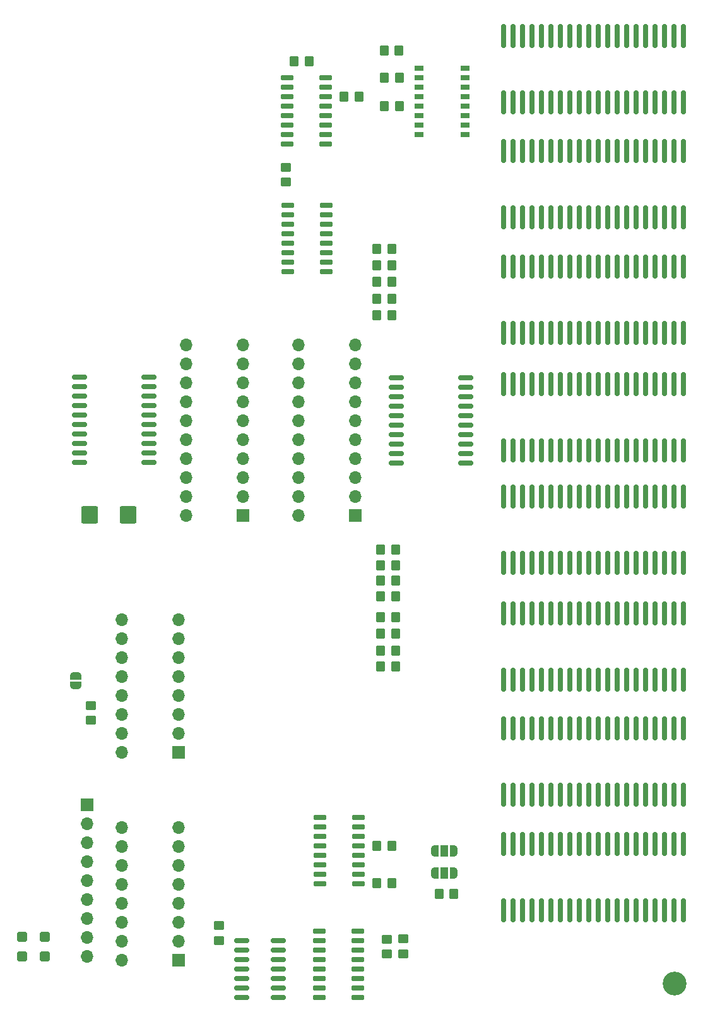
<source format=gts>
G04 #@! TF.GenerationSoftware,KiCad,Pcbnew,8.0.5*
G04 #@! TF.CreationDate,2025-01-10T08:41:56-04:00*
G04 #@! TF.ProjectId,RAMEXB_V2_2,52414d45-5842-45f5-9632-5f322e6b6963,rev?*
G04 #@! TF.SameCoordinates,Original*
G04 #@! TF.FileFunction,Soldermask,Top*
G04 #@! TF.FilePolarity,Negative*
%FSLAX46Y46*%
G04 Gerber Fmt 4.6, Leading zero omitted, Abs format (unit mm)*
G04 Created by KiCad (PCBNEW 8.0.5) date 2025-01-10 08:41:56*
%MOMM*%
%LPD*%
G01*
G04 APERTURE LIST*
G04 Aperture macros list*
%AMRoundRect*
0 Rectangle with rounded corners*
0 $1 Rounding radius*
0 $2 $3 $4 $5 $6 $7 $8 $9 X,Y pos of 4 corners*
0 Add a 4 corners polygon primitive as box body*
4,1,4,$2,$3,$4,$5,$6,$7,$8,$9,$2,$3,0*
0 Add four circle primitives for the rounded corners*
1,1,$1+$1,$2,$3*
1,1,$1+$1,$4,$5*
1,1,$1+$1,$6,$7*
1,1,$1+$1,$8,$9*
0 Add four rect primitives between the rounded corners*
20,1,$1+$1,$2,$3,$4,$5,0*
20,1,$1+$1,$4,$5,$6,$7,0*
20,1,$1+$1,$6,$7,$8,$9,0*
20,1,$1+$1,$8,$9,$2,$3,0*%
%AMFreePoly0*
4,1,19,0.500000,-0.750000,0.000000,-0.750000,0.000000,-0.744911,-0.071157,-0.744911,-0.207708,-0.704816,-0.327430,-0.627875,-0.420627,-0.520320,-0.479746,-0.390866,-0.500000,-0.250000,-0.500000,0.250000,-0.479746,0.390866,-0.420627,0.520320,-0.327430,0.627875,-0.207708,0.704816,-0.071157,0.744911,0.000000,0.744911,0.000000,0.750000,0.500000,0.750000,0.500000,-0.750000,0.500000,-0.750000,
$1*%
%AMFreePoly1*
4,1,19,0.000000,0.744911,0.071157,0.744911,0.207708,0.704816,0.327430,0.627875,0.420627,0.520320,0.479746,0.390866,0.500000,0.250000,0.500000,-0.250000,0.479746,-0.390866,0.420627,-0.520320,0.327430,-0.627875,0.207708,-0.704816,0.071157,-0.744911,0.000000,-0.744911,0.000000,-0.750000,-0.500000,-0.750000,-0.500000,0.750000,0.000000,0.750000,0.000000,0.744911,0.000000,0.744911,
$1*%
%AMFreePoly2*
4,1,19,0.550000,-0.750000,0.000000,-0.750000,0.000000,-0.744911,-0.071157,-0.744911,-0.207708,-0.704816,-0.327430,-0.627875,-0.420627,-0.520320,-0.479746,-0.390866,-0.500000,-0.250000,-0.500000,0.250000,-0.479746,0.390866,-0.420627,0.520320,-0.327430,0.627875,-0.207708,0.704816,-0.071157,0.744911,0.000000,0.744911,0.000000,0.750000,0.550000,0.750000,0.550000,-0.750000,0.550000,-0.750000,
$1*%
%AMFreePoly3*
4,1,19,0.000000,0.744911,0.071157,0.744911,0.207708,0.704816,0.327430,0.627875,0.420627,0.520320,0.479746,0.390866,0.500000,0.250000,0.500000,-0.250000,0.479746,-0.390866,0.420627,-0.520320,0.327430,-0.627875,0.207708,-0.704816,0.071157,-0.744911,0.000000,-0.744911,0.000000,-0.750000,-0.550000,-0.750000,-0.550000,0.750000,0.000000,0.750000,0.000000,0.744911,0.000000,0.744911,
$1*%
G04 Aperture macros list end*
%ADD10RoundRect,0.250000X0.350000X0.450000X-0.350000X0.450000X-0.350000X-0.450000X0.350000X-0.450000X0*%
%ADD11RoundRect,0.175000X0.175000X-1.399000X0.175000X1.399000X-0.175000X1.399000X-0.175000X-1.399000X0*%
%ADD12RoundRect,0.250000X0.450000X-0.350000X0.450000X0.350000X-0.450000X0.350000X-0.450000X-0.350000X0*%
%ADD13RoundRect,0.250000X-0.350000X-0.450000X0.350000X-0.450000X0.350000X0.450000X-0.350000X0.450000X0*%
%ADD14RoundRect,0.350000X0.350000X0.350000X-0.350000X0.350000X-0.350000X-0.350000X0.350000X-0.350000X0*%
%ADD15R,1.250000X0.760000*%
%ADD16FreePoly0,90.000000*%
%ADD17FreePoly1,90.000000*%
%ADD18RoundRect,0.150000X-0.875000X-0.150000X0.875000X-0.150000X0.875000X0.150000X-0.875000X0.150000X0*%
%ADD19RoundRect,0.150000X-0.725000X-0.150000X0.725000X-0.150000X0.725000X0.150000X-0.725000X0.150000X0*%
%ADD20RoundRect,0.250000X-0.450000X0.350000X-0.450000X-0.350000X0.450000X-0.350000X0.450000X0.350000X0*%
%ADD21FreePoly2,0.000000*%
%ADD22R,1.000000X1.500000*%
%ADD23FreePoly3,0.000000*%
%ADD24RoundRect,0.250000X0.875000X0.925000X-0.875000X0.925000X-0.875000X-0.925000X0.875000X-0.925000X0*%
%ADD25RoundRect,0.150000X-0.825000X-0.150000X0.825000X-0.150000X0.825000X0.150000X-0.825000X0.150000X0*%
%ADD26C,3.200000*%
%ADD27R,1.700000X1.700000*%
%ADD28O,1.700000X1.700000*%
G04 APERTURE END LIST*
D10*
G04 #@! TO.C,R25*
X204900000Y-127100000D03*
X202900000Y-127100000D03*
G04 #@! TD*
D11*
G04 #@! TO.C,U17*
X219935000Y-27430300D03*
X221205000Y-27430300D03*
X222475000Y-27430300D03*
X223745000Y-27430300D03*
X225015000Y-27430300D03*
X226285000Y-27430300D03*
X227555000Y-27430300D03*
X228825000Y-27430300D03*
X230095000Y-27430300D03*
X231365000Y-27430300D03*
X232635000Y-27430300D03*
X233905000Y-27430300D03*
X235175000Y-27430300D03*
X236445000Y-27430300D03*
X237715000Y-27430300D03*
X238985000Y-27430300D03*
X240255000Y-27430300D03*
X241525000Y-27430300D03*
X242795000Y-27430300D03*
X244065000Y-27430300D03*
X244065000Y-18540300D03*
X242795000Y-18540300D03*
X241525000Y-18540300D03*
X240255000Y-18540300D03*
X238985000Y-18540300D03*
X237715000Y-18540300D03*
X236445000Y-18540300D03*
X235175000Y-18540300D03*
X233905000Y-18540300D03*
X232635000Y-18540300D03*
X231365000Y-18540300D03*
X230095000Y-18540300D03*
X228825000Y-18540300D03*
X227555000Y-18540300D03*
X226285000Y-18540300D03*
X225015000Y-18540300D03*
X223745000Y-18540300D03*
X222475000Y-18540300D03*
X221205000Y-18540300D03*
X219935000Y-18540300D03*
G04 #@! TD*
D12*
G04 #@! TO.C,R3*
X164550000Y-110296400D03*
X164550000Y-108296400D03*
G04 #@! TD*
D13*
G04 #@! TO.C,R21*
X202885000Y-47122000D03*
X204885000Y-47122000D03*
G04 #@! TD*
G04 #@! TO.C,R1*
X211255000Y-133525000D03*
X213255000Y-133525000D03*
G04 #@! TD*
G04 #@! TO.C,R8*
X202885000Y-55990000D03*
X204885000Y-55990000D03*
G04 #@! TD*
D11*
G04 #@! TO.C,U12*
X219935000Y-74108700D03*
X221205000Y-74108700D03*
X222475000Y-74108700D03*
X223745000Y-74108700D03*
X225015000Y-74108700D03*
X226285000Y-74108700D03*
X227555000Y-74108700D03*
X228825000Y-74108700D03*
X230095000Y-74108700D03*
X231365000Y-74108700D03*
X232635000Y-74108700D03*
X233905000Y-74108700D03*
X235175000Y-74108700D03*
X236445000Y-74108700D03*
X237715000Y-74108700D03*
X238985000Y-74108700D03*
X240255000Y-74108700D03*
X241525000Y-74108700D03*
X242795000Y-74108700D03*
X244065000Y-74108700D03*
X244065000Y-65218700D03*
X242795000Y-65218700D03*
X241525000Y-65218700D03*
X240255000Y-65218700D03*
X238985000Y-65218700D03*
X237715000Y-65218700D03*
X236445000Y-65218700D03*
X235175000Y-65218700D03*
X233905000Y-65218700D03*
X232635000Y-65218700D03*
X231365000Y-65218700D03*
X230095000Y-65218700D03*
X228825000Y-65218700D03*
X227555000Y-65218700D03*
X226285000Y-65218700D03*
X225015000Y-65218700D03*
X223745000Y-65218700D03*
X222475000Y-65218700D03*
X221205000Y-65218700D03*
X219935000Y-65218700D03*
G04 #@! TD*
D14*
G04 #@! TO.C,D1*
X158390000Y-139290000D03*
X155290000Y-139290000D03*
G04 #@! TD*
D15*
G04 #@! TO.C,SWA1*
X208560000Y-22880000D03*
X208560000Y-24150000D03*
X208560000Y-25420000D03*
X208560000Y-26690000D03*
X208560000Y-27960000D03*
X208560000Y-29230000D03*
X208560000Y-30500000D03*
X208560000Y-31770000D03*
X214710000Y-31770000D03*
X214710000Y-30500000D03*
X214710000Y-29230000D03*
X214710000Y-27960000D03*
X214710000Y-26690000D03*
X214710000Y-25420000D03*
X214710000Y-24150000D03*
X214710000Y-22880000D03*
G04 #@! TD*
D12*
G04 #@! TO.C,R4*
X181720000Y-139800000D03*
X181720000Y-137800000D03*
G04 #@! TD*
D11*
G04 #@! TO.C,U16*
X219935000Y-135800000D03*
X221205000Y-135800000D03*
X222475000Y-135800000D03*
X223745000Y-135800000D03*
X225015000Y-135800000D03*
X226285000Y-135800000D03*
X227555000Y-135800000D03*
X228825000Y-135800000D03*
X230095000Y-135800000D03*
X231365000Y-135800000D03*
X232635000Y-135800000D03*
X233905000Y-135800000D03*
X235175000Y-135800000D03*
X236445000Y-135800000D03*
X237715000Y-135800000D03*
X238985000Y-135800000D03*
X240255000Y-135800000D03*
X241525000Y-135800000D03*
X242795000Y-135800000D03*
X244065000Y-135800000D03*
X244065000Y-126910000D03*
X242795000Y-126910000D03*
X241525000Y-126910000D03*
X240255000Y-126910000D03*
X238985000Y-126910000D03*
X237715000Y-126910000D03*
X236445000Y-126910000D03*
X235175000Y-126910000D03*
X233905000Y-126910000D03*
X232635000Y-126910000D03*
X231365000Y-126910000D03*
X230095000Y-126910000D03*
X228825000Y-126910000D03*
X227555000Y-126910000D03*
X226285000Y-126910000D03*
X225015000Y-126910000D03*
X223745000Y-126910000D03*
X222475000Y-126910000D03*
X221205000Y-126910000D03*
X219935000Y-126910000D03*
G04 #@! TD*
G04 #@! TO.C,U10*
X219935000Y-58349200D03*
X221205000Y-58349200D03*
X222475000Y-58349200D03*
X223745000Y-58349200D03*
X225015000Y-58349200D03*
X226285000Y-58349200D03*
X227555000Y-58349200D03*
X228825000Y-58349200D03*
X230095000Y-58349200D03*
X231365000Y-58349200D03*
X232635000Y-58349200D03*
X233905000Y-58349200D03*
X235175000Y-58349200D03*
X236445000Y-58349200D03*
X237715000Y-58349200D03*
X238985000Y-58349200D03*
X240255000Y-58349200D03*
X241525000Y-58349200D03*
X242795000Y-58349200D03*
X244065000Y-58349200D03*
X244065000Y-49459200D03*
X242795000Y-49459200D03*
X241525000Y-49459200D03*
X240255000Y-49459200D03*
X238985000Y-49459200D03*
X237715000Y-49459200D03*
X236445000Y-49459200D03*
X235175000Y-49459200D03*
X233905000Y-49459200D03*
X232635000Y-49459200D03*
X231365000Y-49459200D03*
X230095000Y-49459200D03*
X228825000Y-49459200D03*
X227555000Y-49459200D03*
X226285000Y-49459200D03*
X225015000Y-49459200D03*
X223745000Y-49459200D03*
X222475000Y-49459200D03*
X221205000Y-49459200D03*
X219935000Y-49459200D03*
G04 #@! TD*
D16*
G04 #@! TO.C,JP3*
X162525000Y-105625000D03*
D17*
X162525000Y-104325000D03*
G04 #@! TD*
D13*
G04 #@! TO.C,R18*
X202885000Y-53773000D03*
X204885000Y-53773000D03*
G04 #@! TD*
D18*
G04 #@! TO.C,U5*
X163050000Y-64333600D03*
X163050000Y-65603600D03*
X163050000Y-66873600D03*
X163050000Y-68143600D03*
X163050000Y-69413600D03*
X163050000Y-70683600D03*
X163050000Y-71953600D03*
X163050000Y-73223600D03*
X163050000Y-74493600D03*
X163050000Y-75763600D03*
X172350000Y-75763600D03*
X172350000Y-74493600D03*
X172350000Y-73223600D03*
X172350000Y-71953600D03*
X172350000Y-70683600D03*
X172350000Y-69413600D03*
X172350000Y-68143600D03*
X172350000Y-66873600D03*
X172350000Y-65603600D03*
X172350000Y-64333600D03*
G04 #@! TD*
D11*
G04 #@! TO.C,U13*
X219935000Y-120251400D03*
X221205000Y-120251400D03*
X222475000Y-120251400D03*
X223745000Y-120251400D03*
X225015000Y-120251400D03*
X226285000Y-120251400D03*
X227555000Y-120251400D03*
X228825000Y-120251400D03*
X230095000Y-120251400D03*
X231365000Y-120251400D03*
X232635000Y-120251400D03*
X233905000Y-120251400D03*
X235175000Y-120251400D03*
X236445000Y-120251400D03*
X237715000Y-120251400D03*
X238985000Y-120251400D03*
X240255000Y-120251400D03*
X241525000Y-120251400D03*
X242795000Y-120251400D03*
X244065000Y-120251400D03*
X244065000Y-111361400D03*
X242795000Y-111361400D03*
X241525000Y-111361400D03*
X240255000Y-111361400D03*
X238985000Y-111361400D03*
X237715000Y-111361400D03*
X236445000Y-111361400D03*
X235175000Y-111361400D03*
X233905000Y-111361400D03*
X232635000Y-111361400D03*
X231365000Y-111361400D03*
X230095000Y-111361400D03*
X228825000Y-111361400D03*
X227555000Y-111361400D03*
X226285000Y-111361400D03*
X225015000Y-111361400D03*
X223745000Y-111361400D03*
X222475000Y-111361400D03*
X221205000Y-111361400D03*
X219935000Y-111361400D03*
G04 #@! TD*
D13*
G04 #@! TO.C,R14*
X203400000Y-103100000D03*
X205400000Y-103100000D03*
G04 #@! TD*
G04 #@! TO.C,R12*
X203400000Y-96500000D03*
X205400000Y-96500000D03*
G04 #@! TD*
D14*
G04 #@! TO.C,D2*
X158390000Y-141900000D03*
X155290000Y-141900000D03*
G04 #@! TD*
D13*
G04 #@! TO.C,R16*
X203400000Y-91600000D03*
X205400000Y-91600000D03*
G04 #@! TD*
D19*
G04 #@! TO.C,U9*
X190945000Y-41245000D03*
X190945000Y-42515000D03*
X190945000Y-43785000D03*
X190945000Y-45055000D03*
X190945000Y-46325000D03*
X190945000Y-47595000D03*
X190945000Y-48865000D03*
X190945000Y-50135000D03*
X196095000Y-50135000D03*
X196095000Y-48865000D03*
X196095000Y-47595000D03*
X196095000Y-46325000D03*
X196095000Y-45055000D03*
X196095000Y-43785000D03*
X196095000Y-42515000D03*
X196095000Y-41245000D03*
G04 #@! TD*
G04 #@! TO.C,U8*
X190880000Y-24160000D03*
X190880000Y-25430000D03*
X190880000Y-26700000D03*
X190880000Y-27970000D03*
X190880000Y-29240000D03*
X190880000Y-30510000D03*
X190880000Y-31780000D03*
X190880000Y-33050000D03*
X196030000Y-33050000D03*
X196030000Y-31780000D03*
X196030000Y-30510000D03*
X196030000Y-29240000D03*
X196030000Y-27970000D03*
X196030000Y-26700000D03*
X196030000Y-25430000D03*
X196030000Y-24160000D03*
G04 #@! TD*
D13*
G04 #@! TO.C,R6*
X202885000Y-51556000D03*
X204885000Y-51556000D03*
G04 #@! TD*
G04 #@! TO.C,R15*
X203400000Y-101000000D03*
X205400000Y-101000000D03*
G04 #@! TD*
D10*
G04 #@! TO.C,R5*
X204900000Y-132130000D03*
X202900000Y-132130000D03*
G04 #@! TD*
D13*
G04 #@! TO.C,R20*
X202885000Y-49339000D03*
X204885000Y-49339000D03*
G04 #@! TD*
G04 #@! TO.C,R19*
X203930000Y-24156800D03*
X205930000Y-24156800D03*
G04 #@! TD*
G04 #@! TO.C,R13*
X203400000Y-98700000D03*
X205400000Y-98700000D03*
G04 #@! TD*
D18*
G04 #@! TO.C,U6*
X205505000Y-64385000D03*
X205505000Y-65655000D03*
X205505000Y-66925000D03*
X205505000Y-68195000D03*
X205505000Y-69465000D03*
X205505000Y-70735000D03*
X205505000Y-72005000D03*
X205505000Y-73275000D03*
X205505000Y-74545000D03*
X205505000Y-75815000D03*
X214805000Y-75815000D03*
X214805000Y-74545000D03*
X214805000Y-73275000D03*
X214805000Y-72005000D03*
X214805000Y-70735000D03*
X214805000Y-69465000D03*
X214805000Y-68195000D03*
X214805000Y-66925000D03*
X214805000Y-65655000D03*
X214805000Y-64385000D03*
G04 #@! TD*
D20*
G04 #@! TO.C,R27*
X204280000Y-139640000D03*
X204280000Y-141640000D03*
G04 #@! TD*
D13*
G04 #@! TO.C,R17*
X203400000Y-87400000D03*
X205400000Y-87400000D03*
G04 #@! TD*
D19*
G04 #@! TO.C,U1*
X195250000Y-123280000D03*
X195250000Y-124550000D03*
X195250000Y-125820000D03*
X195250000Y-127090000D03*
X195250000Y-128360000D03*
X195250000Y-129630000D03*
X195250000Y-130900000D03*
X195250000Y-132170000D03*
X200400000Y-132170000D03*
X200400000Y-130900000D03*
X200400000Y-129630000D03*
X200400000Y-128360000D03*
X200400000Y-127090000D03*
X200400000Y-125820000D03*
X200400000Y-124550000D03*
X200400000Y-123280000D03*
G04 #@! TD*
D13*
G04 #@! TO.C,R22*
X203865000Y-20495000D03*
X205865000Y-20495000D03*
G04 #@! TD*
D21*
G04 #@! TO.C,JP2*
X210650000Y-130726000D03*
D22*
X211950000Y-130726000D03*
D23*
X213250000Y-130726000D03*
G04 #@! TD*
D13*
G04 #@! TO.C,R10*
X203400000Y-93700000D03*
X205400000Y-93700000D03*
G04 #@! TD*
D24*
G04 #@! TO.C,C2*
X169495000Y-82775000D03*
X164395000Y-82775000D03*
G04 #@! TD*
D20*
G04 #@! TO.C,R11*
X190685000Y-36165000D03*
X190685000Y-38165000D03*
G04 #@! TD*
D13*
G04 #@! TO.C,R9*
X203400000Y-89500000D03*
X205400000Y-89500000D03*
G04 #@! TD*
G04 #@! TO.C,R7*
X198510000Y-26710000D03*
X200510000Y-26710000D03*
G04 #@! TD*
D11*
G04 #@! TO.C,U14*
X219935000Y-104849800D03*
X221205000Y-104849800D03*
X222475000Y-104849800D03*
X223745000Y-104849800D03*
X225015000Y-104849800D03*
X226285000Y-104849800D03*
X227555000Y-104849800D03*
X228825000Y-104849800D03*
X230095000Y-104849800D03*
X231365000Y-104849800D03*
X232635000Y-104849800D03*
X233905000Y-104849800D03*
X235175000Y-104849800D03*
X236445000Y-104849800D03*
X237715000Y-104849800D03*
X238985000Y-104849800D03*
X240255000Y-104849800D03*
X241525000Y-104849800D03*
X242795000Y-104849800D03*
X244065000Y-104849800D03*
X244065000Y-95959800D03*
X242795000Y-95959800D03*
X241525000Y-95959800D03*
X240255000Y-95959800D03*
X238985000Y-95959800D03*
X237715000Y-95959800D03*
X236445000Y-95959800D03*
X235175000Y-95959800D03*
X233905000Y-95959800D03*
X232635000Y-95959800D03*
X231365000Y-95959800D03*
X230095000Y-95959800D03*
X228825000Y-95959800D03*
X227555000Y-95959800D03*
X226285000Y-95959800D03*
X225015000Y-95959800D03*
X223745000Y-95959800D03*
X222475000Y-95959800D03*
X221205000Y-95959800D03*
X219935000Y-95959800D03*
G04 #@! TD*
D19*
G04 #@! TO.C,U2*
X195200000Y-138540000D03*
X195200000Y-139810000D03*
X195200000Y-141080000D03*
X195200000Y-142350000D03*
X195200000Y-143620000D03*
X195200000Y-144890000D03*
X195200000Y-146160000D03*
X195200000Y-147430000D03*
X200350000Y-147430000D03*
X200350000Y-146160000D03*
X200350000Y-144890000D03*
X200350000Y-143620000D03*
X200350000Y-142350000D03*
X200350000Y-141080000D03*
X200350000Y-139810000D03*
X200350000Y-138540000D03*
G04 #@! TD*
D20*
G04 #@! TO.C,R2*
X206480000Y-139610000D03*
X206480000Y-141610000D03*
G04 #@! TD*
D11*
G04 #@! TO.C,U15*
X219935000Y-42890000D03*
X221205000Y-42890000D03*
X222475000Y-42890000D03*
X223745000Y-42890000D03*
X225015000Y-42890000D03*
X226285000Y-42890000D03*
X227555000Y-42890000D03*
X228825000Y-42890000D03*
X230095000Y-42890000D03*
X231365000Y-42890000D03*
X232635000Y-42890000D03*
X233905000Y-42890000D03*
X235175000Y-42890000D03*
X236445000Y-42890000D03*
X237715000Y-42890000D03*
X238985000Y-42890000D03*
X240255000Y-42890000D03*
X241525000Y-42890000D03*
X242795000Y-42890000D03*
X244065000Y-42890000D03*
X244065000Y-34000000D03*
X242795000Y-34000000D03*
X241525000Y-34000000D03*
X240255000Y-34000000D03*
X238985000Y-34000000D03*
X237715000Y-34000000D03*
X236445000Y-34000000D03*
X235175000Y-34000000D03*
X233905000Y-34000000D03*
X232635000Y-34000000D03*
X231365000Y-34000000D03*
X230095000Y-34000000D03*
X228825000Y-34000000D03*
X227555000Y-34000000D03*
X226285000Y-34000000D03*
X225015000Y-34000000D03*
X223745000Y-34000000D03*
X222475000Y-34000000D03*
X221205000Y-34000000D03*
X219935000Y-34000000D03*
G04 #@! TD*
D13*
G04 #@! TO.C,R23*
X203940000Y-27970000D03*
X205940000Y-27970000D03*
G04 #@! TD*
D25*
G04 #@! TO.C,U7*
X184750000Y-139795000D03*
X184750000Y-141065000D03*
X184750000Y-142335000D03*
X184750000Y-143605000D03*
X184750000Y-144875000D03*
X184750000Y-146145000D03*
X184750000Y-147415000D03*
X189700000Y-147415000D03*
X189700000Y-146145000D03*
X189700000Y-144875000D03*
X189700000Y-143605000D03*
X189700000Y-142335000D03*
X189700000Y-141065000D03*
X189700000Y-139795000D03*
G04 #@! TD*
D11*
G04 #@! TO.C,U11*
X219935000Y-89206300D03*
X221205000Y-89206300D03*
X222475000Y-89206300D03*
X223745000Y-89206300D03*
X225015000Y-89206300D03*
X226285000Y-89206300D03*
X227555000Y-89206300D03*
X228825000Y-89206300D03*
X230095000Y-89206300D03*
X231365000Y-89206300D03*
X232635000Y-89206300D03*
X233905000Y-89206300D03*
X235175000Y-89206300D03*
X236445000Y-89206300D03*
X237715000Y-89206300D03*
X238985000Y-89206300D03*
X240255000Y-89206300D03*
X241525000Y-89206300D03*
X242795000Y-89206300D03*
X244065000Y-89206300D03*
X244065000Y-80316300D03*
X242795000Y-80316300D03*
X241525000Y-80316300D03*
X240255000Y-80316300D03*
X238985000Y-80316300D03*
X237715000Y-80316300D03*
X236445000Y-80316300D03*
X235175000Y-80316300D03*
X233905000Y-80316300D03*
X232635000Y-80316300D03*
X231365000Y-80316300D03*
X230095000Y-80316300D03*
X228825000Y-80316300D03*
X227555000Y-80316300D03*
X226285000Y-80316300D03*
X225015000Y-80316300D03*
X223745000Y-80316300D03*
X222475000Y-80316300D03*
X221205000Y-80316300D03*
X219935000Y-80316300D03*
G04 #@! TD*
D26*
G04 #@! TO.C,REF\u002A\u002A*
X242850000Y-145550000D03*
G04 #@! TD*
D10*
G04 #@! TO.C,R26*
X193820000Y-22000000D03*
X191820000Y-22000000D03*
G04 #@! TD*
D21*
G04 #@! TO.C,JP1*
X210660000Y-127782000D03*
D22*
X211960000Y-127782000D03*
D23*
X213260000Y-127782000D03*
G04 #@! TD*
D27*
G04 #@! TO.C,J3*
X176280000Y-114580000D03*
D28*
X176280000Y-112040000D03*
X176280000Y-109500000D03*
X176280000Y-106960000D03*
X176280000Y-104420000D03*
X176280000Y-101880000D03*
X176280000Y-99340000D03*
X176280000Y-96800000D03*
X168660000Y-96800000D03*
X168660000Y-99340000D03*
X168660000Y-101880000D03*
X168660000Y-104420000D03*
X168660000Y-106960000D03*
X168660000Y-109500000D03*
X168660000Y-112040000D03*
X168660000Y-114580000D03*
G04 #@! TD*
D27*
G04 #@! TO.C,J4*
X176280000Y-142440000D03*
D28*
X176280000Y-139900000D03*
X176280000Y-137360000D03*
X176280000Y-134820000D03*
X176280000Y-132280000D03*
X176280000Y-129740000D03*
X176280000Y-127200000D03*
X176280000Y-124660000D03*
X168660000Y-124660000D03*
X168660000Y-127200000D03*
X168660000Y-129740000D03*
X168660000Y-132280000D03*
X168660000Y-134820000D03*
X168660000Y-137360000D03*
X168660000Y-139900000D03*
X168660000Y-142440000D03*
G04 #@! TD*
D27*
G04 #@! TO.C,U21*
X200000000Y-82811400D03*
D28*
X200000000Y-80271400D03*
X200000000Y-77731400D03*
X200000000Y-75191400D03*
X200000000Y-72651400D03*
X200000000Y-70111400D03*
X200000000Y-67571400D03*
X200000000Y-65031400D03*
X200000000Y-62491400D03*
X200000000Y-59951400D03*
X192380000Y-59951400D03*
X192380000Y-62491400D03*
X192380000Y-65031400D03*
X192380000Y-67571400D03*
X192380000Y-70111400D03*
X192380000Y-72651400D03*
X192380000Y-75191400D03*
X192380000Y-77731400D03*
X192380000Y-80271400D03*
X192380000Y-82811400D03*
G04 #@! TD*
D27*
G04 #@! TO.C,J5*
X164025000Y-121595000D03*
D28*
X164025000Y-124135000D03*
X164025000Y-126675000D03*
X164025000Y-129215000D03*
X164025000Y-131755000D03*
X164025000Y-134295000D03*
X164025000Y-136835000D03*
X164025000Y-139375000D03*
X164025000Y-141915000D03*
G04 #@! TD*
D27*
G04 #@! TO.C,U20*
X184900000Y-82811400D03*
D28*
X184900000Y-80271400D03*
X184900000Y-77731400D03*
X184900000Y-75191400D03*
X184900000Y-72651400D03*
X184900000Y-70111400D03*
X184900000Y-67571400D03*
X184900000Y-65031400D03*
X184900000Y-62491400D03*
X184900000Y-59951400D03*
X177280000Y-59951400D03*
X177280000Y-62491400D03*
X177280000Y-65031400D03*
X177280000Y-67571400D03*
X177280000Y-70111400D03*
X177280000Y-72651400D03*
X177280000Y-75191400D03*
X177280000Y-77731400D03*
X177280000Y-80271400D03*
X177280000Y-82811400D03*
G04 #@! TD*
M02*

</source>
